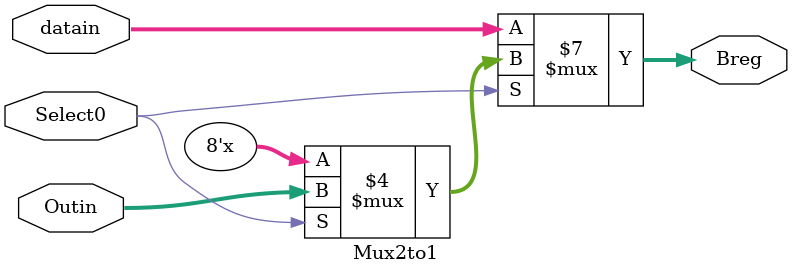
<source format=v>
`timescale 1ns / 1ps
module Mux2to1(input [7:0] datain,Outin,input Select0,output reg [7:0] Breg );
 always@(Select0 or datain or Outin)
 begin
 if(Select0 == 0)
 Breg <= datain;
 else if(Select0 == 1)
 Breg <= Outin;
 end
endmodule

</source>
